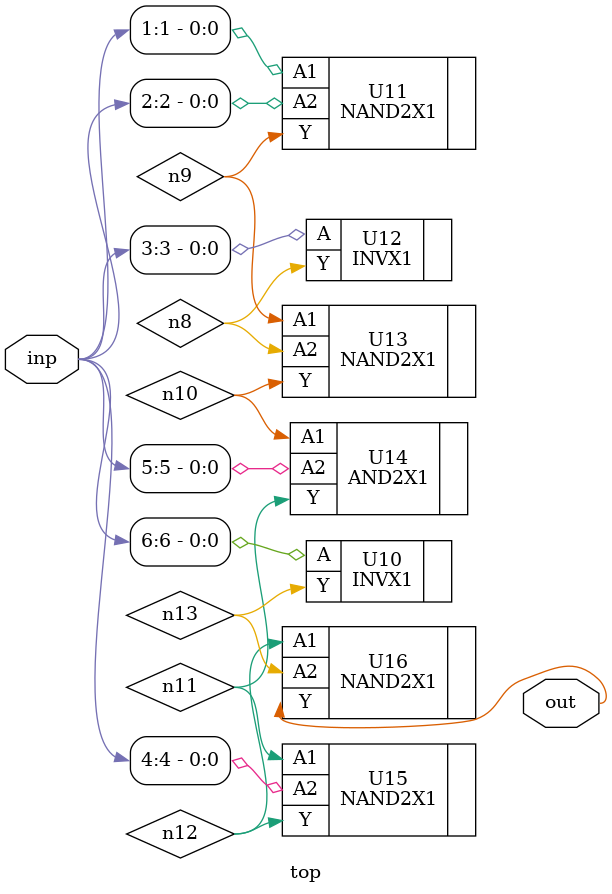
<source format=sv>


module top ( inp, out );
  input [6:0] inp;
  output out;
  wire   n8, n9, n10, n11, n12, n13;

  INVX1 U10 ( .A(inp[6]), .Y(n13) );
  NAND2X1 U11 ( .A1(inp[1]), .A2(inp[2]), .Y(n9) );
  INVX1 U12 ( .A(inp[3]), .Y(n8) );
  NAND2X1 U13 ( .A1(n9), .A2(n8), .Y(n10) );
  AND2X1 U14 ( .A1(n10), .A2(inp[5]), .Y(n11) );
  NAND2X1 U15 ( .A1(n11), .A2(inp[4]), .Y(n12) );
  NAND2X1 U16 ( .A1(n12), .A2(n13), .Y(out) );
endmodule


</source>
